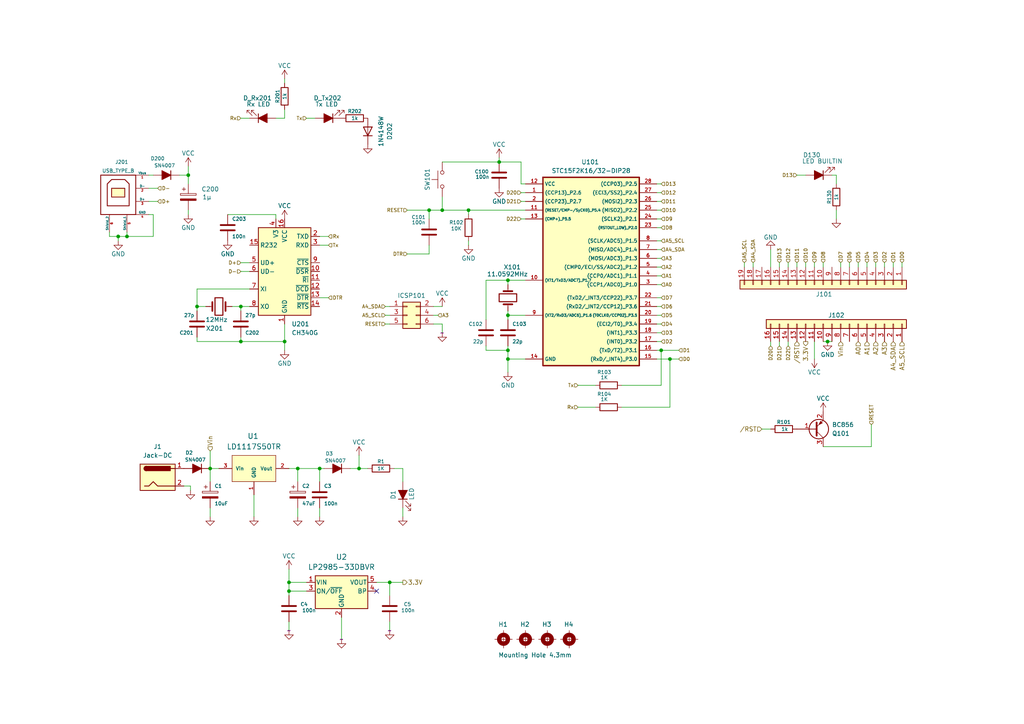
<source format=kicad_sch>
(kicad_sch (version 20231120) (generator "eeschema") (generator_version "8.0")
  (paper "A4")
  (title_block (title "Ardu89 Cyrillo / Stephano") (date "2024-06-18") (rev "0") (company "C. BARBATO"))
  (junction (at 60.96 135.89))
  (junction (at 86.36 135.89))
  (junction (at 240.03 99.06))
  (junction (at 124.46 60.96))
  (junction (at 69.85 99.06))
  (junction (at 82.55 99.06))
  (junction (at 69.85 88.9))
  (junction (at 57.15 88.9))
  (junction (at 194.31 104.14))
  (junction (at 147.32 101.6))
  (junction (at 191.77 101.6))
  (junction (at 54.61 50.8))
  (junction (at 83.82 168.91))
  (junction (at 92.71 135.89))
  (junction (at 147.32 91.44))
  (junction (at 83.82 171.45))
  (junction (at 144.78 46.99))
  (junction (at 147.32 81.28))
  (junction (at 113.03 168.91))
  (junction (at 34.29 68.58))
  (junction (at 128.27 60.96))
  (junction (at 147.32 104.14))
  (junction (at 36.83 68.58))
  (junction (at 104.14 135.89))
  (junction (at 135.89 60.96))
  (no_connect (at 109.22 171.45))
  (wire (pts (xy 242.57 60.96) (xy 242.57 63.5)))
  (wire (pts (xy 92.71 147.32) (xy 92.71 149.86)))
  (wire (pts (xy 151.13 55.88) (xy 152.4 55.88)))
  (wire (pts (xy 60.96 135.89) (xy 60.96 139.7)))
  (wire (pts (xy 135.89 69.85) (xy 135.89 71.12)))
  (wire (pts (xy 242.57 53.34) (xy 242.57 50.8)))
  (wire (pts (xy 191.77 101.6) (xy 196.85 101.6)))
  (wire (pts (xy 128.27 46.99) (xy 144.78 46.99)))
  (wire (pts (xy 111.76 93.98) (xy 113.03 93.98)))
  (wire (pts (xy 69.85 99.06) (xy 69.85 97.79)))
  (wire (pts (xy 191.77 74.93) (xy 190.5 74.93)))
  (wire (pts (xy 140.97 81.28) (xy 147.32 81.28)))
  (wire (pts (xy 246.38 76.2) (xy 246.38 77.47)))
  (wire (pts (xy 256.54 76.2) (xy 256.54 77.47)))
  (wire (pts (xy 69.85 88.9) (xy 67.31 88.9)))
  (wire (pts (xy 191.77 63.5) (xy 190.5 63.5)))
  (wire (pts (xy 191.77 69.85) (xy 190.5 69.85)))
  (wire (pts (xy 191.77 82.55) (xy 190.5 82.55)))
  (wire (pts (xy 57.15 83.82) (xy 57.15 88.9)))
  (wire (pts (xy 147.32 90.17) (xy 147.32 91.44)))
  (wire (pts (xy 135.89 60.96) (xy 135.89 62.23)))
  (wire (pts (xy 69.85 76.2) (xy 72.39 76.2)))
  (wire (pts (xy 83.82 165.1) (xy 83.82 168.91)))
  (wire (pts (xy 243.84 76.2) (xy 243.84 77.47)))
  (wire (pts (xy 191.77 77.47) (xy 190.5 77.47)))
  (wire (pts (xy 43.18 58.42) (xy 45.72 58.42)))
  (wire (pts (xy 147.32 100.33) (xy 147.32 101.6)))
  (wire (pts (xy 106.68 135.89) (xy 104.14 135.89)))
  (wire (pts (xy 55.245 142.24) (xy 55.245 140.97)))
  (wire (pts (xy 223.52 72.39) (xy 223.52 77.47)))
  (wire (pts (xy 194.31 104.14) (xy 194.31 118.11)))
  (wire (pts (xy 254 76.2) (xy 254 77.47)))
  (wire (pts (xy 151.13 53.34) (xy 152.4 53.34)))
  (wire (pts (xy 36.83 68.58) (xy 44.45 68.58)))
  (wire (pts (xy 167.64 111.76) (xy 172.72 111.76)))
  (wire (pts (xy 116.84 135.89) (xy 116.84 139.7)))
  (wire (pts (xy 223.52 100.33) (xy 223.52 99.06)))
  (wire (pts (xy 83.82 171.45) (xy 83.82 172.72)))
  (wire (pts (xy 43.18 62.23) (xy 44.45 62.23)))
  (wire (pts (xy 92.71 86.36) (xy 95.25 86.36)))
  (wire (pts (xy 251.46 76.2) (xy 251.46 77.47)))
  (wire (pts (xy 83.82 168.91) (xy 83.82 171.45)))
  (wire (pts (xy 194.31 104.14) (xy 196.85 104.14)))
  (wire (pts (xy 147.32 91.44) (xy 147.32 92.71)))
  (wire (pts (xy 167.64 118.11) (xy 172.72 118.11)))
  (wire (pts (xy 83.82 171.45) (xy 88.9 171.45)))
  (wire (pts (xy 190.5 101.6) (xy 191.77 101.6)))
  (wire (pts (xy 180.34 111.76) (xy 191.77 111.76)))
  (wire (pts (xy 248.92 76.2) (xy 248.92 77.47)))
  (wire (pts (xy 113.03 180.34) (xy 113.03 182.88)))
  (wire (pts (xy 82.55 22.86) (xy 82.55 24.13)))
  (wire (pts (xy 194.31 118.11) (xy 180.34 118.11)))
  (wire (pts (xy 147.32 91.44) (xy 152.4 91.44)))
  (wire (pts (xy 140.97 101.6) (xy 140.97 100.33)))
  (wire (pts (xy 111.76 91.44) (xy 113.03 91.44)))
  (wire (pts (xy 125.73 88.9) (xy 128.27 88.9)))
  (wire (pts (xy 34.29 69.85) (xy 34.29 68.58)))
  (wire (pts (xy 60.96 130.81) (xy 60.96 135.89)))
  (wire (pts (xy 57.15 88.9) (xy 57.15 90.17)))
  (wire (pts (xy 116.84 147.32) (xy 116.84 149.86)))
  (wire (pts (xy 69.85 88.9) (xy 69.85 90.17)))
  (wire (pts (xy 236.22 76.2) (xy 236.22 77.47)))
  (wire (pts (xy 92.71 135.89) (xy 93.98 135.89)))
  (wire (pts (xy 191.77 80.01) (xy 190.5 80.01)))
  (wire (pts (xy 190.5 55.88) (xy 191.77 55.88)))
  (wire (pts (xy 147.32 104.14) (xy 147.32 107.95)))
  (wire (pts (xy 191.77 91.44) (xy 190.5 91.44)))
  (wire (pts (xy 147.32 81.28) (xy 152.4 81.28)))
  (wire (pts (xy 82.55 101.6) (xy 82.55 99.06)))
  (wire (pts (xy 80.01 62.23) (xy 80.01 63.5)))
  (wire (pts (xy 218.44 76.2) (xy 218.44 77.47)))
  (wire (pts (xy 92.71 68.58) (xy 95.25 68.58)))
  (wire (pts (xy 215.9 76.2) (xy 215.9 77.47)))
  (wire (pts (xy 43.18 50.8) (xy 44.45 50.8)))
  (wire (pts (xy 125.73 91.44) (xy 127 91.44)))
  (wire (pts (xy 66.04 62.23) (xy 80.01 62.23)))
  (wire (pts (xy 45.72 54.61) (xy 43.18 54.61)))
  (wire (pts (xy 191.77 66.04) (xy 190.5 66.04)))
  (wire (pts (xy 109.22 168.91) (xy 113.03 168.91)))
  (wire (pts (xy 86.36 135.89) (xy 92.71 135.89)))
  (wire (pts (xy 151.13 63.5) (xy 152.4 63.5)))
  (wire (pts (xy 147.32 101.6) (xy 140.97 101.6)))
  (wire (pts (xy 69.85 88.9) (xy 72.39 88.9)))
  (wire (pts (xy 128.27 60.96) (xy 135.89 60.96)))
  (wire (pts (xy 83.82 135.89) (xy 86.36 135.89)))
  (wire (pts (xy 55.245 140.97) (xy 53.34 140.97)))
  (wire (pts (xy 190.5 53.34) (xy 191.77 53.34)))
  (wire (pts (xy 191.77 99.06) (xy 190.5 99.06)))
  (wire (pts (xy 91.44 34.29) (xy 88.9 34.29)))
  (wire (pts (xy 191.77 101.6) (xy 191.77 111.76)))
  (wire (pts (xy 191.77 86.36) (xy 190.5 86.36)))
  (wire (pts (xy 128.27 93.98) (xy 128.27 96.52)))
  (wire (pts (xy 242.57 50.8) (xy 241.3 50.8)))
  (wire (pts (xy 151.13 58.42) (xy 152.4 58.42)))
  (wire (pts (xy 31.75 68.58) (xy 34.29 68.58)))
  (wire (pts (xy 73.66 149.86) (xy 73.66 143.51)))
  (wire (pts (xy 124.46 73.66) (xy 118.11 73.66)))
  (wire (pts (xy 226.06 77.47) (xy 226.06 76.2)))
  (wire (pts (xy 233.68 50.8) (xy 231.14 50.8)))
  (wire (pts (xy 124.46 71.12) (xy 124.46 73.66)))
  (wire (pts (xy 113.03 168.91) (xy 116.84 168.91)))
  (wire (pts (xy 60.96 135.89) (xy 63.5 135.89)))
  (wire (pts (xy 69.85 99.06) (xy 57.15 99.06)))
  (wire (pts (xy 261.62 76.2) (xy 261.62 77.47)))
  (wire (pts (xy 82.55 93.98) (xy 82.55 99.06)))
  (wire (pts (xy 144.78 46.99) (xy 151.13 46.99)))
  (wire (pts (xy 140.97 92.71) (xy 140.97 81.28)))
  (wire (pts (xy 104.14 132.08) (xy 104.14 135.89)))
  (wire (pts (xy 60.96 147.32) (xy 60.96 149.86)))
  (wire (pts (xy 240.03 99.06) (xy 241.3 99.06)))
  (wire (pts (xy 231.14 77.47) (xy 231.14 76.2)))
  (wire (pts (xy 151.13 46.99) (xy 151.13 53.34)))
  (wire (pts (xy 226.06 100.33) (xy 226.06 99.06)))
  (wire (pts (xy 99.06 179.07) (xy 99.06 185.42)))
  (wire (pts (xy 190.5 96.52) (xy 191.77 96.52)))
  (wire (pts (xy 31.75 67.31) (xy 31.75 68.58)))
  (wire (pts (xy 228.6 77.47) (xy 228.6 76.2)))
  (wire (pts (xy 238.76 99.06) (xy 240.03 99.06)))
  (wire (pts (xy 72.39 34.29) (xy 69.85 34.29)))
  (wire (pts (xy 86.36 147.32) (xy 86.36 149.86)))
  (wire (pts (xy 54.61 48.26) (xy 54.61 50.8)))
  (wire (pts (xy 36.83 67.31) (xy 36.83 68.58)))
  (wire (pts (xy 69.85 78.74) (xy 72.39 78.74)))
  (wire (pts (xy 52.07 50.8) (xy 54.61 50.8)))
  (wire (pts (xy 125.73 93.98) (xy 128.27 93.98)))
  (wire (pts (xy 190.5 104.14) (xy 194.31 104.14)))
  (wire (pts (xy 69.85 99.06) (xy 82.55 99.06)))
  (wire (pts (xy 144.78 45.72) (xy 144.78 46.99)))
  (wire (pts (xy 190.5 58.42) (xy 191.77 58.42)))
  (wire (pts (xy 252.73 129.54) (xy 238.76 129.54)))
  (wire (pts (xy 233.68 76.2) (xy 233.68 77.47)))
  (wire (pts (xy 238.76 76.2) (xy 238.76 77.47)))
  (wire (pts (xy 34.29 68.58) (xy 36.83 68.58)))
  (wire (pts (xy 44.45 62.23) (xy 44.45 68.58)))
  (wire (pts (xy 228.6 100.33) (xy 228.6 99.06)))
  (wire (pts (xy 83.82 180.34) (xy 83.82 182.88)))
  (wire (pts (xy 135.89 60.96) (xy 152.4 60.96)))
  (wire (pts (xy 118.11 60.96) (xy 124.46 60.96)))
  (wire (pts (xy 124.46 60.96) (xy 128.27 60.96)))
  (wire (pts (xy 83.82 168.91) (xy 88.9 168.91)))
  (wire (pts (xy 124.46 63.5) (xy 124.46 60.96)))
  (wire (pts (xy 92.71 71.12) (xy 95.25 71.12)))
  (wire (pts (xy 92.71 135.89) (xy 92.71 139.7)))
  (wire (pts (xy 54.61 60.96) (xy 54.61 62.23)))
  (wire (pts (xy 104.14 135.89) (xy 101.6 135.89)))
  (wire (pts (xy 114.3 135.89) (xy 116.84 135.89)))
  (wire (pts (xy 57.15 99.06) (xy 57.15 97.79)))
  (wire (pts (xy 152.4 104.14) (xy 147.32 104.14)))
  (wire (pts (xy 191.77 88.9) (xy 190.5 88.9)))
  (wire (pts (xy 236.22 99.06) (xy 236.22 104.14)))
  (wire (pts (xy 82.55 34.29) (xy 80.01 34.29)))
  (wire (pts (xy 252.73 123.19) (xy 252.73 129.54)))
  (wire (pts (xy 59.69 88.9) (xy 57.15 88.9)))
  (wire (pts (xy 191.77 93.98) (xy 190.5 93.98)))
  (wire (pts (xy 111.76 88.9) (xy 113.03 88.9)))
  (wire (pts (xy 54.61 50.8) (xy 54.61 53.34)))
  (wire (pts (xy 113.03 168.91) (xy 113.03 172.72)))
  (wire (pts (xy 82.55 31.75) (xy 82.55 34.29)))
  (wire (pts (xy 86.36 135.89) (xy 86.36 139.7)))
  (wire (pts (xy 191.77 72.39) (xy 190.5 72.39)))
  (wire (pts (xy 128.27 57.15) (xy 128.27 60.96)))
  (wire (pts (xy 57.15 83.82) (xy 72.39 83.82)))
  (wire (pts (xy 191.77 60.96) (xy 190.5 60.96)))
  (wire (pts (xy 259.08 76.2) (xy 259.08 77.47)))
  (wire (pts (xy 220.98 124.46) (xy 223.52 124.46)))
  (wire (pts (xy 147.32 101.6) (xy 147.32 104.14)))
  (wire (pts (xy 147.32 82.55) (xy 147.32 81.28)))
  (hierarchical_label "A4_SDA" (shape input) (at 111.76 88.9 180) (effects (font (size 1.016 1.016))))
  (hierarchical_label "A5_SCL" (shape input) (at 191.77 69.85 0) (effects (font (size 1.016 1.016))))
  (hierarchical_label "{slash}RST" (shape input) (at 231.14 99.06 270))
  (hierarchical_label "D21" (shape input) (at 151.13 58.42 180) (effects (font (size 1.016 1.016))))
  (hierarchical_label "D7" (shape input) (at 243.84 76.2 90) (effects (font (size 1.016 1.016))))
  (hierarchical_label "D8" (shape input) (at 238.76 76.2 90) (effects (font (size 1.016 1.016))))
  (hierarchical_label "A3" (shape input) (at 256.54 99.06 270))
  (hierarchical_label "D6" (shape input) (at 246.38 76.2 90) (effects (font (size 1.016 1.016))))
  (hierarchical_label "D+" (shape input) (at 45.72 58.42 0) (effects (font (size 1.016 1.016))))
  (hierarchical_label "Rx" (shape input) (at 167.64 118.11 180) (effects (font (size 1.016 1.016))))
  (hierarchical_label "D4" (shape input) (at 251.46 76.2 90) (effects (font (size 1.016 1.016))))
  (hierarchical_label "Rx" (shape input) (at 69.85 34.29 180) (effects (font (size 1.016 1.016))))
  (hierarchical_label "D3" (shape input) (at 254 76.2 90) (effects (font (size 1.016 1.016))))
  (hierarchical_label "D22" (shape input) (at 228.6 100.33 270) (effects (font (size 1.016 1.016))))
  (hierarchical_label "D2" (shape input) (at 256.54 76.2 90) (effects (font (size 1.016 1.016))))
  (hierarchical_label "D13" (shape input) (at 231.14 50.8 180) (effects (font (size 1.016 1.016))))
  (hierarchical_label "D10" (shape input) (at 191.77 60.96 0) (effects (font (size 1.016 1.016))))
  (hierarchical_label "D11" (shape input) (at 191.77 58.42 0) (effects (font (size 1.016 1.016))))
  (hierarchical_label "D+" (shape input) (at 69.85 76.2 180) (effects (font (size 1.016 1.016))))
  (hierarchical_label "D-" (shape input) (at 45.72 54.61 0) (effects (font (size 1.016 1.016))))
  (hierarchical_label "D9" (shape input) (at 236.22 76.2 90) (effects (font (size 1.016 1.016))))
  (hierarchical_label "D9" (shape input) (at 191.77 63.5 0) (effects (font (size 1.016 1.016))))
  (hierarchical_label "A5_SCL" (shape input) (at 261.62 99.06 270))
  (hierarchical_label "D10" (shape input) (at 233.68 76.2 90) (effects (font (size 1.016 1.016))))
  (hierarchical_label "Tx" (shape input) (at 95.25 71.12 0) (effects (font (size 1.016 1.016))))
  (hierarchical_label "A1" (shape input) (at 251.46 99.06 270))
  (hierarchical_label "D12" (shape input) (at 191.77 55.88 0) (effects (font (size 1.016 1.016))))
  (hierarchical_label "Tx" (shape input) (at 88.9 34.29 180) (effects (font (size 1.016 1.016))))
  (hierarchical_label "DTR" (shape input) (at 95.25 86.36 0) (effects (font (size 1.016 1.016))))
  (hierarchical_label "D11" (shape input) (at 231.14 76.2 90) (effects (font (size 1.016 1.016))))
  (hierarchical_label "D12" (shape input) (at 228.6 76.2 90) (effects (font (size 1.016 1.016))))
  (hierarchical_label "Vin" (shape input) (at 243.84 99.06 270))
  (hierarchical_label "D0" (shape input) (at 261.62 76.2 90) (effects (font (size 1.016 1.016))))
  (hierarchical_label "A0" (shape input) (at 191.77 82.55 0) (effects (font (size 1.016 1.016))))
  (hierarchical_label "A4_SDA" (shape input) (at 191.77 72.39 0) (effects (font (size 1.016 1.016))))
  (hierarchical_label "{slash}RST" (shape input) (at 220.98 124.46 180))
  (hierarchical_label "D1" (shape input) (at 196.85 101.6 0) (effects (font (size 1.016 1.016))))
  (hierarchical_label "DTR" (shape input) (at 118.11 73.66 180) (effects (font (size 1.016 1.016))))
  (hierarchical_label "RESET" (shape input) (at 252.73 123.19 90) (effects (font (size 1.016 1.016))))
  (hierarchical_label "D7" (shape input) (at 191.77 86.36 0) (effects (font (size 1.016 1.016))))
  (hierarchical_label "D13" (shape input) (at 226.06 76.2 90) (effects (font (size 1.016 1.016))))
  (hierarchical_label "3.3V" (shape output) (at 116.84 168.91 0))
  (hierarchical_label "3.3V" (shape output) (at 233.68 99.06 270))
  (hierarchical_label "D20" (shape input) (at 223.52 100.33 270) (effects (font (size 1.016 1.016))))
  (hierarchical_label "A0" (shape input) (at 248.92 99.06 270))
  (hierarchical_label "D22" (shape input) (at 151.13 63.5 180) (effects (font (size 1.016 1.016))))
  (hierarchical_label "D1" (shape input) (at 259.08 76.2 90) (effects (font (size 1.016 1.016))))
  (hierarchical_label "D20" (shape input) (at 151.13 55.88 180) (effects (font (size 1.016 1.016))))
  (hierarchical_label "A5_SCL" (shape input) (at 111.76 91.44 180) (effects (font (size 1.016 1.016))))
  (hierarchical_label "A5_SCL" (shape input) (at 215.9 76.2 90) (effects (font (size 1.016 1.016))))
  (hierarchical_label "A4_SDA" (shape input) (at 218.44 76.2 90) (effects (font (size 1.016 1.016))))
  (hierarchical_label "A2" (shape input) (at 254 99.06 270))
  (hierarchical_label "D6" (shape input) (at 191.77 88.9 0) (effects (font (size 1.016 1.016))))
  (hierarchical_label "D5" (shape input) (at 191.77 91.44 0) (effects (font (size 1.016 1.016))))
  (hierarchical_label "D5" (shape input) (at 248.92 76.2 90) (effects (font (size 1.016 1.016))))
  (hierarchical_label "A1" (shape input) (at 191.77 80.01 0) (effects (font (size 1.016 1.016))))
  (hierarchical_label "Rx" (shape input) (at 95.25 68.58 0) (effects (font (size 1.016 1.016))))
  (hierarchical_label "D2" (shape input) (at 191.77 99.06 0) (effects (font (size 1.016 1.016))))
  (hierarchical_label "D3" (shape input) (at 191.77 96.52 0) (effects (font (size 1.016 1.016))))
  (hierarchical_label "Vin" (shape input) (at 60.96 130.81 90))
  (hierarchical_label "D0" (shape input) (at 196.85 104.14 0) (effects (font (size 1.016 1.016))))
  (hierarchical_label "A3" (shape input) (at 191.77 74.93 0) (effects (font (size 1.016 1.016))))
  (hierarchical_label "D21" (shape input) (at 226.06 100.33 270) (effects (font (size 1.016 1.016))))
  (hierarchical_label "D13" (shape input) (at 191.77 53.34 0) (effects (font (size 1.016 1.016))))
  (hierarchical_label "RESET" (shape input) (at 111.76 93.98 180) (effects (font (size 1.016 1.016))))
  (hierarchical_label "A3" (shape input) (at 127 91.44 0) (effects (font (size 1.016 1.016))))
  (hierarchical_label "Tx" (shape input) (at 167.64 111.76 180) (effects (font (size 1.016 1.016))))
  (hierarchical_label "D-" (shape input) (at 69.85 78.74 180) (effects (font (size 1.016 1.016))))
  (hierarchical_label "A2" (shape input) (at 191.77 77.47 0) (effects (font (size 1.016 1.016))))
  (hierarchical_label "A4_SDA" (shape input) (at 259.08 99.06 270))
  (hierarchical_label "D4" (shape input) (at 191.77 93.98 0) (effects (font (size 1.016 1.016))))
  (hierarchical_label "RESET" (shape input) (at 118.11 60.96 180) (effects (font (size 1.016 1.016))))
  (hierarchical_label "D8" (shape input) (at 191.77 66.04 0) (effects (font (size 1.016 1.016))))
  (symbol (lib_id "Device:LED_Filled") (at 95.25 34.29 180) (unit 1)
    (property "Reference" "D_Tx202" (at 94.996 28.448 0))
    (property "Value" "Tx LED" (at 94.742 30.226 0))
    (property "Footprint" "Diode_SMD:D_1206_3216Metric_Pad1.42x1.75mm_HandSolder" (effects (hide yes)))
    (property "Datasheet" "http://www.osram-os.com/Graphics/XPic9/00078860_0.pdf" (effects (hide yes)))
    (property "Description" "Power On Green LED" (effects (hide yes)))
    (property "Characteristics" "LED CHIPLED 570NM GREEN" (effects (hide yes)))
    (property "MFN" "OSRAM Opto" (effects (hide yes)))
    (property "Package ID" "SMD_0805" (effects (hide yes)))
    (property "Source" "ANY" (effects (hide yes)))
    (property "Critical" "N" (effects (hide yes)))
    (property "Subsystem" "Voltage_Reg" (effects (hide yes)))
    (property "MPN" "LG R971-KN-1" (effects (hide yes)))
  )
  (symbol (lib_id "power:VCC") (at 144.78 45.72 0) (unit 1)
    (property "Reference" "#PWR0102" (effects (hide yes)))
    (property "Value" "VCC" (at 144.78 41.91 0))
  )
  (symbol (lib_name "MountingHole_1") (lib_id "Mechanical:MountingHole") (at 158.75 185.42 0) (unit 1)
    (property "Reference" "H3" (at 157.226 181.102 0) (effects (justify left)))
    (property "Value" "MountingHole" (effects (hide yes)))
    (property "Footprint" "MountingHole:MountingHole_4.3mm_M4_DIN965" (effects (hide yes)))
  )
  (symbol (lib_id "Device:C") (at 57.15 93.98 0) (unit 1)
    (property "Reference" "C201" (at 52.07 96.52 0) (effects (font (size 1.016 1.016)) (justify left)))
    (property "Value" "27p" (at 53.34 91.44 0) (effects (font (size 1.016 1.016)) (justify left)))
    (property "Footprint" "Capacitor_SMD:C_1206_3216Metric_Pad1.33x1.80mm_HandSolder" (effects (hide yes)))
    (property "Datasheet" "http://images.ihscontent.net/vipimages/VipMasterIC/IC/KEME/KEMES10043/KEMES10043-1.pdf" (effects (hide yes)))
    (property "Description" "ATMEGA328P VCC and AVCC Bypass Cap" (effects (hide yes)))
    (property "Characteristics" "CAPACITOR, CERAMIC, MULTILAYER, 100 V, X7R, 0.1 uF, SURFACE MOUNT, 0805, CHIP, ROHS COMPLIANT" (effects (hide yes)))
    (property "MFN" "Kemet" (effects (hide yes)))
    (property "Package ID" "SMD_0805" (effects (hide yes)))
    (property "Source" "ANY" (effects (hide yes)))
    (property "Critical" "N" (effects (hide yes)))
    (property "Subsystem" "328P_Sub" (effects (hide yes)))
    (property "MPN" "C0805C104K1RACAUTO" (effects (hide yes)))
  )
  (symbol (lib_id "Arduino_Uno_R3_From_Scratch-rescue:GND-power") (at 128.27 96.52 0) (unit 1)
    (property "Reference" "#PWR016" (effects (hide yes)))
    (property "Value" "GND" (effects (hide yes)))
    (property "Footprint" "~" (at 128.27 96.52 0) (effects (font (size 1.524 1.524))))
    (property "Datasheet" "~" (at 128.27 96.52 0) (effects (font (size 1.524 1.524))))
    (property "Source" "ANY" (effects (hide yes)))
    (property "Critical" "N" (effects (hide yes)))
  )
  (symbol (lib_id "Arduino_Uno_R3_From_Scratch-rescue:GND-power") (at 106.68 41.91 0) (unit 1)
    (property "Reference" "#PWR024" (effects (hide yes)))
    (property "Value" "GND" (effects (hide yes)))
    (property "Source" "ANY" (effects (hide yes)))
    (property "Critical" "N" (effects (hide yes)))
  )
  (symbol (lib_id "Device:C") (at 113.03 176.53 0) (unit 1)
    (property "Reference" "C5" (at 117.094 175.26 0) (effects (font (size 1.016 1.016)) (justify left)))
    (property "Value" "100n" (at 116.332 177.038 0) (effects (font (size 1.016 1.016)) (justify left)))
    (property "Footprint" "Capacitor_SMD:C_1206_3216Metric_Pad1.33x1.80mm_HandSolder" (effects (hide yes)))
    (property "Datasheet" "http://product.tdk.com/en/catalog/datasheets/mlcc_commercial_general_en.pdf" (effects (hide yes)))
    (property "Description" "2.2uF 3V3 LDO Output Cap" (effects (hide yes)))
    (property "Characteristics" "CAP CER 2.2UF 16V X7R 0805" (effects (hide yes)))
    (property "MFN" "TDK Corporation" (effects (hide yes)))
    (property "Package ID" "SMD_0805" (effects (hide yes)))
    (property "Source" "ANY" (effects (hide yes)))
    (property "Critical" "Y" (effects (hide yes)))
    (property "Subsystem" "Voltage_Mgmt" (effects (hide yes)))
    (property "Notes" "Must be between 0.001 and 1Ω ESR" (effects (hide yes)))
    (property "MPN" "C2012X7R1C225K125AB" (effects (hide yes)))
  )
  (symbol (lib_id "Device:Crystal") (at 63.5 88.9 180) (unit 1)
    (property "Reference" "X201" (at 64.77 95.25 0) (effects (justify left)))
    (property "Value" "12MHz" (at 66.04 92.71 0) (effects (justify left)))
    (property "Footprint" "Crystal:Crystal_HC49-4H_Vertical" (effects (hide yes)))
  )
  (symbol (lib_id "Device:R") (at 242.57 57.15 0) (unit 1)
    (property "Reference" "R130" (at 240.538 57.15 90) (effects (font (size 1.016 1.016))))
    (property "Value" "1k" (at 242.57 57.15 90) (effects (font (size 1.016 1.016))))
    (property "Footprint" "Resistor_SMD:R_1206_3216Metric_Pad1.30x1.75mm_HandSolder" (effects (hide yes)))
    (property "Datasheet" "http://www.yageo.com/pdf/Pu-RC0805_51_PbFree_L_2.pdf" (effects (hide yes)))
    (property "Description" "Power On LED Resistor" (effects (hide yes)))
    (property "Characteristics" "RESISTOR, METAL GLAZE/THICK FILM, 0.125W, 1%, 100ppm, 510ohm, SURFACE MOUNT, 0805" (effects (hide yes)))
    (property "MFN" "Yageo" (effects (hide yes)))
    (property "Package ID" "SMD_0805" (effects (hide yes)))
    (property "Source" "ANY" (effects (hide yes)))
    (property "Critical" "N" (effects (hide yes)))
    (property "Subsystem" "Voltage_Reg" (effects (hide yes)))
    (property "MPN" "RC0805FR-07510RL" (effects (hide yes)))
  )
  (symbol (lib_id "power:VCC") (at 54.61 48.26 0) (unit 1)
    (property "Reference" "#PWR01" (effects (hide yes)))
    (property "Value" "VCC" (at 54.61 44.45 0))
  )
  (symbol (lib_id "power:GND") (at 144.78 54.61 0) (unit 1)
    (property "Reference" "#PWR021" (effects (hide yes)))
    (property "Value" "GND" (at 144.78 58.42 0))
  )
  (symbol (lib_id "Arduino_Uno_R3_From_Scratch-rescue:GND-power") (at 113.03 182.88 0) (unit 1)
    (property "Reference" "#PWR017" (effects (hide yes)))
    (property "Value" "GND" (effects (hide yes)))
    (property "Footprint" "~" (at 113.03 182.88 0) (effects (font (size 1.524 1.524))))
    (property "Datasheet" "~" (at 113.03 182.88 0) (effects (font (size 1.524 1.524))))
    (property "Source" "ANY" (effects (hide yes)))
    (property "Critical" "N" (effects (hide yes)))
  )
  (symbol (lib_id "Arduino_Uno_R3_From_Scratch-rescue:GND-power") (at 116.84 149.86 0) (unit 1)
    (property "Reference" "#PWR012" (effects (hide yes)))
    (property "Value" "GND" (effects (hide yes)))
    (property "Source" "ANY" (effects (hide yes)))
    (property "Critical" "N" (effects (hide yes)))
  )
  (symbol (lib_id "Arduino_Uno_R3_From_Scratch:USB_TYPE_B") (at 34.29 55.88 0) (unit 1)
    (property "Reference" "J201" (at 35.306 46.99 0) (effects (font (size 1.016 1.016))))
    (property "Value" "USB_TYPE_B" (at 34.29 49.53 0) (effects (font (size 1.016 1.016))))
    (property "Footprint" "Connector_USB:USB_B_Lumberg_2411_02_Horizontal" (effects (hide yes)))
    (property "Datasheet" "http://images.ihscontent.net/vipimages/VipMasterIC/IC/TYEL/TYELS17825/TYELS17825-1.pdf" (effects (hide yes)))
    (property "Description" "USB Type-B Connector" (effects (hide yes)))
    (property "Characteristics" "4 CONTACT(S), FEMALE, RIGHT ANGLE USB TYPE-B CONNECTOR" (effects (hide yes)))
    (property "MFN" "TE Connectivity" (effects (hide yes)))
    (property "Package ID" "PTH" (effects (hide yes)))
    (property "Source" "ANY" (effects (hide yes)))
    (property "Critical" "Y" (effects (hide yes)))
    (property "Subsystem" "USB_Cnxn" (effects (hide yes)))
    (property "Notes" "Must match footprint" (effects (hide yes)))
    (property "MPN" "292304-1" (effects (hide yes)))
  )
  (symbol (lib_id "power:VCC") (at 82.55 63.5 0) (unit 1)
    (property "Reference" "#PWR0204" (effects (hide yes)))
    (property "Value" "VCC" (at 82.55 59.69 0))
  )
  (symbol (lib_id "power:GND") (at 54.61 62.23 0) (unit 1)
    (property "Reference" "#PWR0101" (effects (hide yes)))
    (property "Value" "GND" (at 54.61 66.04 0))
  )
  (symbol (lib_id "Device:C_Polarized") (at 60.96 143.51 0) (unit 1)
    (property "Reference" "C1" (at 62.23 140.97 0) (effects (font (size 1.016 1.016)) (justify left)))
    (property "Value" "10uF" (at 62.23 146.05 0) (effects (font (size 1.016 1.016)) (justify left)))
    (property "Footprint" "BACKCIEL:C_2512_Pol_Tantale_Trainning" (effects (hide yes)))
    (property "Datasheet" "http://images.ihscontent.net/vipimages/VipMasterIC/IC/BEYS/BEYSS04513/BEYSS04513-1.pdf" (effects (hide yes)))
    (property "Description" "47uF Low ESR LDO Input Cap" (effects (hide yes)))
    (property "Characteristics" "CAPACITOR, ALUMINUM ELECTROLYTIC, NON SOLID, POLARIZED, 50 V, 47 uF, SURFACE MOUNT, 3131, CHIP, ROHS COMPLIANT" (effects (hide yes)))
    (property "MFN" "Vishay" (effects (hide yes)))
    (property "Package ID" "SMD 5.0 x 5.0 x 5.3" (effects (hide yes)))
    (property "Source" "ANY" (effects (hide yes)))
    (property "Critical" "N" (effects (hide yes)))
    (property "Subsystem" "Voltage_Reg" (effects (hide yes)))
    (property "Notes" "ESR must fall between 0.33Ω and 22Ω" (effects (hide yes)))
    (property "MPN" "MAL215371479E3" (effects (hide yes)))
  )
  (symbol (lib_id "Connector_Generic:Conn_01x16") (at 243.84 93.98 270) (mirror x) (unit 1)
    (property "Reference" "J102" (at 242.57 91.44 90))
    (property "Value" "Conn_01x16" (effects (hide yes)))
    (property "Footprint" "BACKCIEL:Ardu89_Uno_Analog_Power_Connector" (effects (hide yes)))
    (property "Description" "Generic connector, single row, 01x16, script generated (kicad-library-utils/schlib/autogen/connector/)" (effects (hide yes)))
  )
  (symbol (lib_id "Device:C") (at 144.78 50.8 0) (unit 1)
    (property "Reference" "C100" (at 137.668 49.784 0) (effects (font (size 1.016 1.016)) (justify left)))
    (property "Value" "100n" (at 137.922 51.308 0) (effects (font (size 1.016 1.016)) (justify left)))
    (property "Footprint" "Capacitor_SMD:C_1206_3216Metric_Pad1.33x1.80mm_HandSolder" (effects (hide yes)))
    (property "Datasheet" "http://images.ihscontent.net/vipimages/VipMasterIC/IC/KEME/KEMES10043/KEMES10043-1.pdf" (effects (hide yes)))
    (property "Description" "ATMEGA328P VCC and AVCC Bypass Cap" (effects (hide yes)))
    (property "Characteristics" "CAPACITOR, CERAMIC, MULTILAYER, 100 V, X7R, 0.1 uF, SURFACE MOUNT, 0805, CHIP, ROHS COMPLIANT" (effects (hide yes)))
    (property "MFN" "Kemet" (effects (hide yes)))
    (property "Package ID" "SMD_0805" (effects (hide yes)))
    (property "Source" "ANY" (effects (hide yes)))
    (property "Critical" "N" (effects (hide yes)))
    (property "Subsystem" "328P_Sub" (effects (hide yes)))
    (property "MPN" "C0805C104K1RACAUTO" (effects (hide yes)))
  )
  (symbol (lib_id "Interface_USB:CH340G") (at 82.55 78.74 0) (unit 1)
    (property "Reference" "U201" (at 84.5694 93.98 0) (effects (justify left)))
    (property "Value" "CH340G" (at 84.5694 96.52 0) (effects (justify left)))
    (property "Footprint" "Package_SO:SOIC-16_3.9x9.9mm_P1.27mm" (effects (hide yes)))
    (property "Datasheet" "http://www.datasheet5.com/pdf-local-2195953" (effects (hide yes)))
  )
  (symbol (lib_id "Device:LED_Filled") (at 237.49 50.8 180) (unit 1)
    (property "Reference" "D130" (at 235.458 44.958 0))
    (property "Value" "LED BUILTIN" (at 238.506 46.736 0))
    (property "Footprint" "Diode_SMD:D_1206_3216Metric_Pad1.42x1.75mm_HandSolder" (effects (hide yes)))
    (property "Datasheet" "http://www.osram-os.com/Graphics/XPic9/00078860_0.pdf" (effects (hide yes)))
    (property "Description" "Power On Green LED" (effects (hide yes)))
    (property "Characteristics" "LED CHIPLED 570NM GREEN" (effects (hide yes)))
    (property "MFN" "OSRAM Opto" (effects (hide yes)))
    (property "Package ID" "SMD_0805" (effects (hide yes)))
    (property "Source" "ANY" (effects (hide yes)))
    (property "Critical" "N" (effects (hide yes)))
    (property "Subsystem" "Voltage_Reg" (effects (hide yes)))
    (property "MPN" "LG R971-KN-1" (effects (hide yes)))
  )
  (symbol (lib_id "Device:D_Filled") (at 97.79 135.89 180) (unit 1)
    (property "Reference" "D3" (at 95.504 131.572 0) (effects (font (size 1.016 1.016))))
    (property "Value" "SN4007" (at 97.282 133.604 0) (effects (font (size 1.016 1.016))))
    (property "Footprint" "Diode_SMD:D_MELF" (effects (hide yes)))
    (property "Datasheet" "http://www.onsemi.com/pub_link/Collateral/MRA4003T3-D.PDF" (effects (hide yes)))
    (property "Description" "Reverse Voltage Protection Diode" (effects (hide yes)))
    (property "Characteristics" "1A, 1000V, SILICON, SIGNAL DIODE, ROHS COMPLIANT, COMPACT, PLASTIC, CASE 403D-02, SMA, 2 PIN" (effects (hide yes)))
    (property "MFN" "ON Semi" (effects (hide yes)))
    (property "Package ID" "R-PDSO-J2" (effects (hide yes)))
    (property "Source" "ANY" (effects (hide yes)))
    (property "Critical" "N" (effects (hide yes)))
    (property "Subsystem" "Voltage_Reg" (effects (hide yes)))
    (property "MPN" "MRA4007T3G" (effects (hide yes)))
  )
  (symbol (lib_name "GND_14") (lib_id "power:GND") (at 34.29 69.85 0) (unit 1)
    (property "Reference" "#PWR014" (effects (hide yes)))
    (property "Value" "GND" (at 34.29 73.66 0))
  )
  (symbol (lib_name "MountingHole_1") (lib_id "Mechanical:MountingHole") (at 152.4 185.42 0) (unit 1)
    (property "Reference" "H2" (at 150.876 181.102 0) (effects (justify left)))
    (property "Value" "MountingHole" (effects (hide yes)))
    (property "Footprint" "MountingHole:MountingHole_4.3mm_M4_DIN965" (effects (hide yes)))
    (property "Datasheet" "  (layer \"F.Cu\")" (effects (hide yes)))
  )
  (symbol (lib_id "power:VCC") (at 104.14 132.08 0) (unit 1)
    (property "Reference" "#PWR011" (effects (hide yes)))
    (property "Value" "VCC" (at 104.14 128.27 0))
  )
  (symbol (lib_id "Device:R") (at 135.89 66.04 180) (unit 1)
    (property "Reference" "R102" (at 132.334 64.516 0) (effects (font (size 1.016 1.016))))
    (property "Value" "10K" (at 132.334 66.294 0) (effects (font (size 1.016 1.016))))
    (property "Footprint" "Resistor_SMD:R_1206_3216Metric_Pad1.30x1.75mm_HandSolder" (effects (hide yes)))
    (property "Datasheet" "http://images.ihscontent.net/vipimages/VipMasterIC/IC/VISH/VISHS75859/VISHS75859-1.pdf" (effects (hide yes)))
    (property "Description" "ATMEGA328P 10K ICSP Pull Up" (effects (hide yes)))
    (property "Characteristics" "RESISTOR, METAL GLAZE/THICK FILM, 0.125W, 5%, 200ppm, 10000ohm, SURFACE MOUNT, 0805" (effects (hide yes)))
    (property "MFN" "Vishay" (effects (hide yes)))
    (property "Package ID" "SMD_0805" (effects (hide yes)))
    (property "Source" "ANY" (effects (hide yes)))
    (property "Critical" "N" (effects (hide yes)))
    (property "Subsystem" "328P_Sub" (effects (hide yes)))
    (property "MPN" "CRCW080510K0JNEA" (effects (hide yes)))
  )
  (symbol (lib_id "Arduino_Uno_R3_From_Scratch-rescue:GND-power") (at 73.66 149.86 0) (unit 1)
    (property "Reference" "#PWR07" (effects (hide yes)))
    (property "Value" "GND" (effects (hide yes)))
    (property "Source" "ANY" (effects (hide yes)))
    (property "Critical" "N" (effects (hide yes)))
  )
  (symbol (lib_id "Arduino_Uno_R3_From_Scratch-rescue:GND-power") (at 86.36 149.86 0) (unit 1)
    (property "Reference" "#PWR09" (effects (hide yes)))
    (property "Value" "GND" (effects (hide yes)))
    (property "Source" "ANY" (effects (hide yes)))
    (property "Critical" "N" (effects (hide yes)))
  )
  (symbol (lib_id "power:VCC") (at 238.76 119.38 0) (unit 1)
    (property "Reference" "#PWR022" (effects (hide yes)))
    (property "Value" "VCC" (at 238.76 115.57 0))
  )
  (symbol (lib_id "power:GND") (at 223.52 72.39 180) (unit 1)
    (property "Reference" "#PWR04" (effects (hide yes)))
    (property "Value" "GND" (at 223.52 68.834 0))
  )
  (symbol (lib_id "power:VCC") (at 236.22 104.14 180) (unit 1)
    (property "Reference" "#PWR02" (effects (hide yes)))
    (property "Value" "VCC" (at 236.22 107.95 0))
  )
  (symbol (lib_id "Device:C") (at 83.82 176.53 0) (unit 1)
    (property "Reference" "C4" (at 87.122 175.26 0) (effects (font (size 1.016 1.016)) (justify left)))
    (property "Value" "100n" (at 87.63 177.038 0) (effects (font (size 1.016 1.016)) (justify left)))
    (property "Footprint" "Capacitor_SMD:C_1206_3216Metric_Pad1.33x1.80mm_HandSolder" (effects (hide yes)))
    (property "Datasheet" "http://www.kemet.com/docfinder?Partnumber=C0805C105K8RACAUTO" (effects (hide yes)))
    (property "Description" "3V3 LDO Input Cap" (effects (hide yes)))
    (property "Characteristics" "CAPACITOR, CERAMIC, MULTILAYER, 10 V, X7R, 1 uF, SURFACE MOUNT, 0805" (effects (hide yes)))
    (property "MFN" "Kemet" (effects (hide yes)))
    (property "Package ID" "SMD_0805" (effects (hide yes)))
    (property "Source" "ANY" (effects (hide yes)))
    (property "Critical" "N" (effects (hide yes)))
    (property "Subsystem" "Voltage_Mgmt" (effects (hide yes)))
    (property "MPN" "C0805C105K8RACAUTO " (effects (hide yes)))
  )
  (symbol (lib_id "Device:C") (at 92.71 143.51 0) (unit 1)
    (property "Reference" "C3" (at 93.98 140.97 0) (effects (font (size 1.016 1.016)) (justify left)))
    (property "Value" "100n" (at 93.98 146.05 0) (effects (font (size 1.016 1.016)) (justify left)))
    (property "Footprint" "Capacitor_SMD:C_1206_3216Metric_Pad1.33x1.80mm_HandSolder" (effects (hide yes)))
    (property "Datasheet" "http://images.ihscontent.net/vipimages/VipMasterIC/IC/KEME/KEMES10043/KEMES10043-1.pdf" (effects (hide yes)))
    (property "Description" "LDO Bypass Cap" (effects (hide yes)))
    (property "Characteristics" "CAPACITOR, CERAMIC, MULTILAYER, 100 V, X7R, 0.1 uF, SURFACE MOUNT, 0805, CHIP, ROHS COMPLIANT" (effects (hide yes)))
    (property "MFN" "Kemet" (effects (hide yes)))
    (property "Package ID" "SMD_0805" (effects (hide yes)))
    (property "Source" "ANY" (effects (hide yes)))
    (property "Critical" "N" (effects (hide yes)))
    (property "Subsystem" "Voltage_Reg" (effects (hide yes)))
    (property "MPN" "C0805C104K1RACAUTO" (effects (hide yes)))
  )
  (symbol (lib_id "Device:D_Filled") (at 57.15 135.89 180) (unit 1)
    (property "Reference" "D2" (at 54.864 131.318 0) (effects (font (size 1.016 1.016))))
    (property "Value" "SN4007" (at 56.642 133.35 0) (effects (font (size 1.016 1.016))))
    (property "Footprint" "Diode_SMD:D_MELF" (effects (hide yes)))
    (property "Datasheet" "http://www.onsemi.com/pub_link/Collateral/MRA4003T3-D.PDF" (effects (hide yes)))
    (property "Description" "Reverse Voltage Protection Diode" (effects (hide yes)))
    (property "Characteristics" "1A, 1000V, SILICON, SIGNAL DIODE, ROHS COMPLIANT, COMPACT, PLASTIC, CASE 403D-02, SMA, 2 PIN" (effects (hide yes)))
    (property "MFN" "ON Semi" (effects (hide yes)))
    (property "Package ID" "R-PDSO-J2" (effects (hide yes)))
    (property "Source" "ANY" (effects (hide yes)))
    (property "Critical" "N" (effects (hide yes)))
    (property "Subsystem" "Voltage_Reg" (effects (hide yes)))
    (property "MPN" "MRA4007T3G" (effects (hide yes)))
  )
  (symbol (lib_id "Device:R") (at 110.49 135.89 90) (unit 1)
    (property "Reference" "R1" (at 110.49 133.858 90) (effects (font (size 1.016 1.016))))
    (property "Value" "1K" (at 110.49 135.89 90) (effects (font (size 1.016 1.016))))
    (property "Footprint" "Resistor_SMD:R_1206_3216Metric_Pad1.30x1.75mm_HandSolder" (effects (hide yes)))
    (property "Datasheet" "http://www.yageo.com/pdf/Pu-RC0805_51_PbFree_L_2.pdf" (effects (hide yes)))
    (property "Description" "Power On LED Resistor" (effects (hide yes)))
    (property "Characteristics" "RESISTOR, METAL GLAZE/THICK FILM, 0.125W, 1%, 100ppm, 510ohm, SURFACE MOUNT, 0805" (effects (hide yes)))
    (property "MFN" "Yageo" (effects (hide yes)))
    (property "Package ID" "SMD_0805" (effects (hide yes)))
    (property "Source" "ANY" (effects (hide yes)))
    (property "Critical" "N" (effects (hide yes)))
    (property "Subsystem" "Voltage_Reg" (effects (hide yes)))
    (property "MPN" "RC0805FR-07510RL" (effects (hide yes)))
  )
  (symbol (lib_id "power:GND") (at 240.03 99.06 0) (unit 1)
    (property "Reference" "#PWR03" (effects (hide yes)))
    (property "Value" "GND" (at 240.03 102.87 0))
  )
  (symbol (lib_id "MFN_STMicro:LD1117S50TR") (at 73.66 135.89 0) (unit 1)
    (property "Reference" "U1" (at 73.406 126.492 0) (effects (font (size 1.524 1.524))))
    (property "Value" "LD1117S50TR" (at 73.66 129.54 0) (effects (font (size 1.524 1.524))))
    (property "Footprint" "LD1117S50TR:SOT230P700X180-4N" (effects (hide yes)))
    (property "Datasheet" "http://www.st.com/st-web-ui/static/active/en/resource/technical/document/datasheet/CD00000544.pdf" (effects (hide yes)))
    (property "Description" "5V Fixed LDO" (effects (hide yes)))
    (property "Characteristics" "5 V FIXED POSITIVE LDO REGULATOR, 1.2 V DROPOUT, PDSO3, ROHS COMPLIANT, SOT-223, 4 PIN" (effects (hide yes)))
    (property "MFN" "STMicroelectronics" (effects (hide yes)))
    (property "Package ID" "SOT-223" (effects (hide yes)))
    (property "Source" "Any" (effects (hide yes)))
    (property "Critical" "N" (effects (hide yes)))
    (property "Subsystem" "Voltage_Reg" (effects (hide yes)))
    (property "MPN" "LD1117S50TR" (effects (hide yes)))
  )
  (symbol (lib_id "Device:C") (at 147.32 96.52 0) (unit 1)
    (property "Reference" "C103" (at 148.59 93.98 0) (effects (font (size 1.016 1.016)) (justify left)))
    (property "Value" "22p" (at 148.59 99.06 0) (effects (font (size 1.016 1.016)) (justify left)))
    (property "Footprint" "Capacitor_SMD:C_1206_3216Metric_Pad1.33x1.80mm_HandSolder" (effects (hide yes)))
    (property "Datasheet" "http://images.ihscontent.net/vipimages/VipMasterIC/IC/KEME/KEMES10043/KEMES10043-1.pdf" (effects (hide yes)))
    (property "Description" "ATMEGA328P VCC and AVCC Bypass Cap" (effects (hide yes)))
    (property "Characteristics" "CAPACITOR, CERAMIC, MULTILAYER, 100 V, X7R, 0.1 uF, SURFACE MOUNT, 0805, CHIP, ROHS COMPLIANT" (effects (hide yes)))
    (property "MFN" "Kemet" (effects (hide yes)))
    (property "Package ID" "SMD_0805" (effects (hide yes)))
    (property "Source" "ANY" (effects (hide yes)))
    (property "Critical" "N" (effects (hide yes)))
    (property "Subsystem" "328P_Sub" (effects (hide yes)))
    (property "MPN" "C0805C104K1RACAUTO" (effects (hide yes)))
  )
  (symbol (lib_id "Connector_Generic:Conn_01x19") (at 238.76 82.55 270) (unit 1)
    (property "Reference" "J101" (at 239.014 85.344 90))
    (property "Value" "Conn_01x19" (effects (hide yes)))
    (property "Footprint" "BACKCIEL:Ardu89_Uno_Digital_Connector" (effects (hide yes)))
    (property "Description" "Generic connector, single row, 01x19, script generated (kicad-library-utils/schlib/autogen/connector/)" (effects (hide yes)))
  )
  (symbol (lib_id "Device:R") (at 82.55 27.94 0) (unit 1)
    (property "Reference" "R201" (at 80.518 27.94 90) (effects (font (size 1.016 1.016))))
    (property "Value" "1k" (at 82.55 27.94 90) (effects (font (size 1.016 1.016))))
    (property "Footprint" "Resistor_SMD:R_1206_3216Metric_Pad1.30x1.75mm_HandSolder" (effects (hide yes)))
    (property "Datasheet" "http://www.yageo.com/pdf/Pu-RC0805_51_PbFree_L_2.pdf" (effects (hide yes)))
    (property "Description" "Power On LED Resistor" (effects (hide yes)))
    (property "Characteristics" "RESISTOR, METAL GLAZE/THICK FILM, 0.125W, 1%, 100ppm, 510ohm, SURFACE MOUNT, 0805" (effects (hide yes)))
    (property "MFN" "Yageo" (effects (hide yes)))
    (property "Package ID" "SMD_0805" (effects (hide yes)))
    (property "Source" "ANY" (effects (hide yes)))
    (property "Critical" "N" (effects (hide yes)))
    (property "Subsystem" "Voltage_Reg" (effects (hide yes)))
    (property "MPN" "RC0805FR-07510RL" (effects (hide yes)))
  )
  (symbol (lib_id "Diode:1N4148W") (at 106.68 38.1 270) (mirror x) (unit 1)
    (property "Reference" "D202" (at 113.03 38.1 0))
    (property "Value" "1N4148W" (at 110.49 38.1 0))
    (property "Footprint" "Diode_SMD:D_1206_3216Metric_Pad1.42x1.75mm_HandSolder" (effects (hide yes)))
    (property "Datasheet" "https://www.vishay.com/docs/85748/1n4148w.pdf" (effects (hide yes)))
    (property "Description" "75V 0.15A Fast Switching Diode, SOD-123" (effects (hide yes)))
    (property "Sim.Device" "D" (effects (hide yes)))
    (property "Sim.Pins" "1=K 2=A" (effects (hide yes)))
  )
  (symbol (lib_id "Device:LED_Filled") (at 76.2 34.29 0) (mirror x) (unit 1)
    (property "Reference" "D_Rx201" (at 74.676 28.448 0))
    (property "Value" "Rx LED" (at 74.93 30.226 0))
    (property "Footprint" "Diode_SMD:D_1206_3216Metric_Pad1.42x1.75mm_HandSolder" (effects (hide yes)))
    (property "Datasheet" "http://www.osram-os.com/Graphics/XPic9/00078860_0.pdf" (effects (hide yes)))
    (property "Description" "Power On Green LED" (effects (hide yes)))
    (property "Characteristics" "LED CHIPLED 570NM GREEN" (effects (hide yes)))
    (property "MFN" "OSRAM Opto" (effects (hide yes)))
    (property "Package ID" "SMD_0805" (effects (hide yes)))
    (property "Source" "ANY" (effects (hide yes)))
    (property "Critical" "N" (effects (hide yes)))
    (property "Subsystem" "Voltage_Reg" (effects (hide yes)))
    (property "MPN" "LG R971-KN-1" (effects (hide yes)))
  )
  (symbol (lib_id "power:GND") (at 147.32 107.95 0) (unit 1)
    (property "Reference" "#PWR0106" (effects (hide yes)))
    (property "Value" "GND" (at 147.32 111.76 0))
  )
  (symbol (lib_id "power:VCC") (at 82.55 22.86 0) (unit 1)
    (property "Reference" "#PWR0201" (effects (hide yes)))
    (property "Value" "VCC" (at 82.55 19.05 0))
  )
  (symbol (lib_id "Device:Crystal") (at 147.32 86.36 270) (unit 1)
    (property "Reference" "X101" (at 146.05 77.47 90) (effects (justify left)))
    (property "Value" "11.0592MHz" (at 141.224 79.502 90) (effects (justify left)))
    (property "Footprint" "Crystal:Crystal_HC49-4H_Vertical" (effects (hide yes)))
  )
  (symbol (lib_id "Arduino_Uno_R3_From_Scratch-rescue:GND-power") (at 55.245 142.24 0) (unit 1)
    (property "Reference" "#PWR08" (effects (hide yes)))
    (property "Value" "GND" (effects (hide yes)))
    (property "Source" "ANY" (effects (hide yes)))
    (property "Critical" "N" (effects (hide yes)))
  )
  (symbol (lib_id "Device:C") (at 66.04 66.04 0) (unit 1)
    (property "Reference" "C203" (at 67.31 63.5 0) (effects (font (size 1.016 1.016)) (justify left)))
    (property "Value" "100n" (at 67.31 68.58 0) (effects (font (size 1.016 1.016)) (justify left)))
    (property "Footprint" "Capacitor_SMD:C_1206_3216Metric_Pad1.33x1.80mm_HandSolder" (effects (hide yes)))
    (property "Datasheet" "http://images.ihscontent.net/vipimages/VipMasterIC/IC/KEME/KEMES10043/KEMES10043-1.pdf" (effects (hide yes)))
    (property "Description" "ATMEGA328P VCC and AVCC Bypass Cap" (effects (hide yes)))
    (property "Characteristics" "CAPACITOR, CERAMIC, MULTILAYER, 100 V, X7R, 0.1 uF, SURFACE MOUNT, 0805, CHIP, ROHS COMPLIANT" (effects (hide yes)))
    (property "MFN" "Kemet" (effects (hide yes)))
    (property "Package ID" "SMD_0805" (effects (hide yes)))
    (property "Source" "ANY" (effects (hide yes)))
    (property "Critical" "N" (effects (hide yes)))
    (property "Subsystem" "328P_Sub" (effects (hide yes)))
    (property "MPN" "C0805C104K1RACAUTO" (effects (hide yes)))
  )
  (symbol (lib_id "Device:C_Polarized") (at 86.36 143.51 0) (unit 1)
    (property "Reference" "C2" (at 87.63 140.97 0) (effects (font (size 1.016 1.016)) (justify left)))
    (property "Value" "47uF" (at 87.63 146.05 0) (effects (font (size 1.016 1.016)) (justify left)))
    (property "Footprint" "BACKCIEL:C_2512_Pol_Tantale_Trainning" (effects (hide yes)))
    (property "Datasheet" "http://images.ihscontent.net/vipimages/VipMasterIC/IC/BEYS/BEYSS04513/BEYSS04513-1.pdf" (effects (hide yes)))
    (property "Description" "47uF Low ESR LDO Output Cap" (effects (hide yes)))
    (property "Characteristics" "CAPACITOR, ALUMINUM ELECTROLYTIC, NON SOLID, POLARIZED, 50 V, 47 uF, SURFACE MOUNT, 3131, CHIP, ROHS COMPLIANT" (effects (hide yes)))
    (property "MFN" "Vishay" (effects (hide yes)))
    (property "Package ID" "SMD 5.0 x 5.0 x 5.3" (effects (hide yes)))
    (property "Source" "ANY" (effects (hide yes)))
    (property "Critical" "N" (effects (hide yes)))
    (property "Subsystem" "Voltage_Reg" (effects (hide yes)))
    (property "Notes" "ESR must fall between 0.33Ω and 22Ω" (effects (hide yes)))
    (property "MPN" "MAL215371479E3" (effects (hide yes)))
  )
  (symbol (lib_id "Device:D_Filled") (at 48.26 50.8 0) (mirror y) (unit 1)
    (property "Reference" "D200" (at 45.72 45.974 0) (effects (font (size 1.016 1.016))))
    (property "Value" "SN4007" (at 47.752 48.006 0) (effects (font (size 1.016 1.016))))
    (property "Footprint" "Diode_SMD:D_MELF" (effects (hide yes)))
    (property "Datasheet" "http://www.onsemi.com/pub_link/Collateral/MRA4003T3-D.PDF" (effects (hide yes)))
    (property "Description" "Reverse Voltage Protection Diode" (effects (hide yes)))
    (property "Characteristics" "1A, 1000V, SILICON, SIGNAL DIODE, ROHS COMPLIANT, COMPACT, PLASTIC, CASE 403D-02, SMA, 2 PIN" (effects (hide yes)))
    (property "MFN" "ON Semi" (effects (hide yes)))
    (property "Package ID" "R-PDSO-J2" (effects (hide yes)))
    (property "Source" "ANY" (effects (hide yes)))
    (property "Critical" "N" (effects (hide yes)))
    (property "Subsystem" "Voltage_Reg" (effects (hide yes)))
    (property "MPN" "MRA4007T3G" (effects (hide yes)))
  )
  (symbol (lib_id "power:VCC") (at 128.27 88.9 0) (unit 1)
    (property "Reference" "#PWR018" (effects (hide yes)))
    (property "Value" "VCC" (at 128.27 85.09 0))
  )
  (symbol (lib_id "Device:C") (at 140.97 96.52 0) (unit 1)
    (property "Reference" "C102" (at 135.89 93.98 0) (effects (font (size 1.016 1.016)) (justify left)))
    (property "Value" "22p" (at 137.16 99.06 0) (effects (font (size 1.016 1.016)) (justify left)))
    (property "Footprint" "Capacitor_SMD:C_1206_3216Metric_Pad1.33x1.80mm_HandSolder" (effects (hide yes)))
    (property "Datasheet" "http://images.ihscontent.net/vipimages/VipMasterIC/IC/KEME/KEMES10043/KEMES10043-1.pdf" (effects (hide yes)))
    (property "Description" "ATMEGA328P VCC and AVCC Bypass Cap" (effects (hide yes)))
    (property "Characteristics" "CAPACITOR, CERAMIC, MULTILAYER, 100 V, X7R, 0.1 uF, SURFACE MOUNT, 0805, CHIP, ROHS COMPLIANT" (effects (hide yes)))
    (property "MFN" "Kemet" (effects (hide yes)))
    (property "Package ID" "SMD_0805" (effects (hide yes)))
    (property "Source" "ANY" (effects (hide yes)))
    (property "Critical" "N" (effects (hide yes)))
    (property "Subsystem" "328P_Sub" (effects (hide yes)))
    (property "MPN" "C0805C104K1RACAUTO" (effects (hide yes)))
  )
  (symbol (lib_id "Device:C") (at 124.46 67.31 0) (unit 1)
    (property "Reference" "C101" (at 121.412 62.992 0) (effects (font (size 1.016 1.016))))
    (property "Value" "100n" (at 121.412 64.516 0) (effects (font (size 1.016 1.016))))
    (property "Footprint" "Capacitor_SMD:C_1206_3216Metric_Pad1.33x1.80mm_HandSolder" (effects (hide yes)))
    (property "Datasheet" "http://images.ihscontent.net/vipimages/VipMasterIC/IC/KEME/KEMES10043/KEMES10043-1.pdf" (effects (hide yes)))
    (property "Description" "ATMEGA328P Reset Cap" (effects (hide yes)))
    (property "Characteristics" "CAPACITOR, CERAMIC, MULTILAYER, 100 V, X7R, 0.1 uF, SURFACE MOUNT, 0805, CHIP, ROHS COMPLIANT" (effects (hide yes)))
    (property "MFN" "Kemet" (effects (hide yes)))
    (property "Package ID" "SMD_0805" (effects (hide yes)))
    (property "Source" "ANY" (effects (hide yes)))
    (property "Critical" "N" (effects (hide yes)))
    (property "Subsystem" "328P_Sub" (effects (hide yes)))
    (property "MPN" "C0805C104K1RACAUTO" (effects (hide yes)))
  )
  (symbol (lib_id "Device:R") (at 176.53 111.76 270) (unit 1)
    (property "Reference" "R103" (at 175.26 107.95 90) (effects (font (size 1.016 1.016))))
    (property "Value" "1K" (at 175.26 109.474 90) (effects (font (size 1.016 1.016))))
    (property "Footprint" "Resistor_SMD:R_1206_3216Metric_Pad1.30x1.75mm_HandSolder" (effects (hide yes)))
    (property "Datasheet" "http://images.ihscontent.net/vipimages/VipMasterIC/IC/VISH/VISHS75859/VISHS75859-1.pdf" (effects (hide yes)))
    (property "Description" "ATMEGA328P DTR Pull Down Resistor" (effects (hide yes)))
    (property "Characteristics" "METAL GLAZE/THICK FILM, 0.125W, 5%, 200ppm, 1000ohm, SURFACE MOUNT, 0805," (effects (hide yes)))
    (property "MFN" "Vishay" (effects (hide yes)))
    (property "Package ID" "SMD_0805" (effects (hide yes)))
    (property "Source" "ANY" (effects (hide yes)))
    (property "Critical" "N" (effects (hide yes)))
    (property "Subsystem" "328P_Sub" (effects (hide yes)))
    (property "MPN" "CRCW08051K00JNEA" (effects (hide yes)))
  )
  (symbol (lib_id "Device:C_Polarized") (at 54.61 57.15 0) (unit 1)
    (property "Reference" "C200" (at 58.42 54.864 0) (effects (justify left)))
    (property "Value" "1µ" (at 58.674 57.15 0) (effects (justify left)))
    (property "Footprint" "BACKCIEL:C_2512_Pol_Tantale_Trainning" (effects (hide yes)))
  )
  (symbol (lib_id "Switch:SW_Push") (at 128.27 52.07 90) (unit 1)
    (property "Reference" "SW101" (at 123.952 48.768 0) (effects (justify right)))
    (property "Value" "SW_Push" (effects (hide yes)))
    (property "Footprint" "Button_Switch_THT:SW_PUSH_6mm" (effects (hide yes)))
    (property "Description" "Push button switch, generic, two pins" (effects (hide yes)))
  )
  (symbol (lib_name "GND_3") (lib_id "power:GND") (at 82.55 101.6 0) (unit 1)
    (property "Reference" "#PWR0205" (effects (hide yes)))
    (property "Value" "GND" (at 82.55 105.41 0))
  )
  (symbol (lib_id "Device:C") (at 69.85 93.98 0) (unit 1)
    (property "Reference" "C202" (at 71.12 96.52 0) (effects (font (size 1.016 1.016)) (justify left)))
    (property "Value" "27p" (at 71.12 91.44 0) (effects (font (size 1.016 1.016)) (justify left)))
    (property "Footprint" "Capacitor_SMD:C_1206_3216Metric_Pad1.33x1.80mm_HandSolder" (effects (hide yes)))
    (property "Datasheet" "http://images.ihscontent.net/vipimages/VipMasterIC/IC/KEME/KEMES10043/KEMES10043-1.pdf" (effects (hide yes)))
    (property "Description" "ATMEGA328P VCC and AVCC Bypass Cap" (effects (hide yes)))
    (property "Characteristics" "CAPACITOR, CERAMIC, MULTILAYER, 100 V, X7R, 0.1 uF, SURFACE MOUNT, 0805, CHIP, ROHS COMPLIANT" (effects (hide yes)))
    (property "MFN" "Kemet" (effects (hide yes)))
    (property "Package ID" "SMD_0805" (effects (hide yes)))
    (property "Source" "ANY" (effects (hide yes)))
    (property "Critical" "N" (effects (hide yes)))
    (property "Subsystem" "328P_Sub" (effects (hide yes)))
    (property "MPN" "C0805C104K1RACAUTO" (effects (hide yes)))
  )
  (symbol (lib_name "MountingHole_1") (lib_id "Mechanical:MountingHole") (at 165.1 185.42 0) (unit 1)
    (property "Reference" "H4" (at 163.576 181.102 0) (effects (justify left)))
    (property "Value" "MountingHole" (effects (hide yes)))
    (property "Footprint" "MountingHole:MountingHole_4.3mm_M4_DIN965" (effects (hide yes)))
  )
  (symbol (lib_id "power:GND") (at 66.04 69.85 0) (unit 1)
    (property "Reference" "#PWR0203" (effects (hide yes)))
    (property "Value" "GND" (at 66.04 73.66 0))
  )
  (symbol (lib_id "Arduino_Uno_R3_From_Scratch-rescue:GND-power") (at 83.82 182.88 0) (unit 1)
    (property "Reference" "#PWR05" (effects (hide yes)))
    (property "Value" "GND" (effects (hide yes)))
    (property "Footprint" "~" (at 83.82 182.88 0) (effects (font (size 1.524 1.524))))
    (property "Datasheet" "~" (at 83.82 182.88 0) (effects (font (size 1.524 1.524))))
    (property "Source" "ANY" (effects (hide yes)))
    (property "Critical" "N" (effects (hide yes)))
  )
  (symbol (lib_id "Device:R") (at 102.87 34.29 270) (unit 1)
    (property "Reference" "R202" (at 102.87 32.258 90) (effects (font (size 1.016 1.016))))
    (property "Value" "1k" (at 102.87 34.29 90) (effects (font (size 1.016 1.016))))
    (property "Footprint" "Resistor_SMD:R_1206_3216Metric_Pad1.30x1.75mm_HandSolder" (effects (hide yes)))
    (property "Datasheet" "http://www.yageo.com/pdf/Pu-RC0805_51_PbFree_L_2.pdf" (effects (hide yes)))
    (property "Description" "Power On LED Resistor" (effects (hide yes)))
    (property "Characteristics" "RESISTOR, METAL GLAZE/THICK FILM, 0.125W, 1%, 100ppm, 510ohm, SURFACE MOUNT, 0805" (effects (hide yes)))
    (property "MFN" "Yageo" (effects (hide yes)))
    (property "Package ID" "SMD_0805" (effects (hide yes)))
    (property "Source" "ANY" (effects (hide yes)))
    (property "Critical" "N" (effects (hide yes)))
    (property "Subsystem" "Voltage_Reg" (effects (hide yes)))
    (property "MPN" "RC0805FR-07510RL" (effects (hide yes)))
  )
  (symbol (lib_id "Arduino_Uno_R3_From_Scratch-rescue:GND-power") (at 92.71 149.86 0) (unit 1)
    (property "Reference" "#PWR010" (effects (hide yes)))
    (property "Value" "GND" (effects (hide yes)))
    (property "Source" "ANY" (effects (hide yes)))
    (property "Critical" "N" (effects (hide yes)))
  )
  (symbol (lib_name "MountingHole_1") (lib_id "Mechanical:MountingHole") (at 146.05 185.42 0) (unit 1)
    (property "Reference" "H1" (at 144.526 181.102 0) (effects (justify left)))
    (property "Value" "Mounting Hole 4.3mm" (at 144.526 189.992 0) (effects (justify left)))
    (property "Footprint" "MountingHole:MountingHole_4.3mm_M4_DIN965" (effects (hide yes)))
  )
  (symbol (lib_id "Transistor_BJT:BC856") (at 236.22 124.46 0) (mirror x) (unit 1)
    (property "Reference" "Q101" (at 241.3 125.7301 0) (effects (justify left)))
    (property "Value" "BC856" (at 241.3 123.1901 0) (effects (justify left)))
    (property "Footprint" "Package_TO_SOT_SMD:SOT-23" (effects (hide yes)))
    (property "Datasheet" "https://www.onsemi.com/pub/Collateral/BC860-D.pdf" (effects (hide yes)))
    (property "Description" "0.1A Ic, 65V Vce, PNP Transistor, SOT-23" (effects (hide yes)))
  )
  (symbol (lib_id "Device:R") (at 227.33 124.46 270) (unit 1)
    (property "Reference" "R101" (at 227.33 122.428 90) (effects (font (size 1.016 1.016))))
    (property "Value" "1k" (at 227.584 124.46 90) (effects (font (size 1.016 1.016))))
    (property "Footprint" "Resistor_SMD:R_1206_3216Metric_Pad1.30x1.75mm_HandSolder" (effects (hide yes)))
    (property "Datasheet" "http://www.yageo.com/pdf/Pu-RC0805_51_PbFree_L_2.pdf" (effects (hide yes)))
    (property "Description" "Power On LED Resistor" (effects (hide yes)))
    (property "Characteristics" "RESISTOR, METAL GLAZE/THICK FILM, 0.125W, 1%, 100ppm, 510ohm, SURFACE MOUNT, 0805" (effects (hide yes)))
    (property "MFN" "Yageo" (effects (hide yes)))
    (property "Package ID" "SMD_0805" (effects (hide yes)))
    (property "Source" "ANY" (effects (hide yes)))
    (property "Critical" "N" (effects (hide yes)))
    (property "Subsystem" "Voltage_Reg" (effects (hide yes)))
    (property "MPN" "RC0805FR-07510RL" (effects (hide yes)))
  )
  (symbol (lib_id "Arduino_Uno_R3_From_Scratch-rescue:GND-power") (at 242.57 63.5 0) (unit 1)
    (property "Reference" "#PWR019" (effects (hide yes)))
    (property "Value" "GND" (effects (hide yes)))
    (property "Source" "ANY" (effects (hide yes)))
    (property "Critical" "N" (effects (hide yes)))
  )
  (symbol (lib_id "Connector:Jack-DC") (at 45.72 138.43 0) (unit 1)
    (property "Reference" "J1" (at 45.72 129.54 0))
    (property "Value" "Jack-DC" (at 45.72 132.08 0))
    (property "Footprint" "Connector_BarrelJack:BarrelJack_Horizontal" (effects (hide yes)))
    (property "Description" "DC Barrel Jack" (effects (hide yes)))
  )
  (symbol (lib_id "Regulator_Linear:LP2985-3.3") (at 99.06 171.45 0) (unit 1)
    (property "Reference" "U2" (at 99.06 161.544 0) (effects (font (size 1.524 1.524))))
    (property "Value" "LP2985-33DBVR" (at 99.06 164.465 0) (effects (font (size 1.524 1.524))))
    (property "Footprint" "PRJ:SOT95P280X145-5N" (effects (hide yes)))
    (property "Datasheet" "http://www.ti.com/lit/ds/symlink/lp2985-33.pdf" (effects (hide yes)))
    (property "Description" "3V3 Fixed LDO Regulator" (effects (hide yes)))
    (property "Characteristics" "3.3V FIXED POSITIVE LDO REGULATOR, 0.575V DROPOUT" (effects (hide yes)))
    (property "MFN" "Texas Instruments" (effects (hide yes)))
    (property "Package ID" "SOT-23 5" (effects (hide yes)))
    (property "Source" "ANY" (effects (hide yes)))
    (property "Critical" "N" (effects (hide yes)))
    (property "Subsystem" "Voltage_Mgmt" (effects (hide yes)))
    (property "MPN" "LP2985-33DBVR" (effects (hide yes)))
  )
  (symbol (lib_id "Device:LED_Filled") (at 116.84 143.51 90) (unit 1)
    (property "Reference" "D1" (at 114.046 143.51 0))
    (property "Value" "LED" (at 119.38 143.256 0))
    (property "Footprint" "Diode_SMD:D_1206_3216Metric_Pad1.42x1.75mm_HandSolder" (effects (hide yes)))
    (property "Datasheet" "http://www.osram-os.com/Graphics/XPic9/00078860_0.pdf" (effects (hide yes)))
    (property "Description" "Power On Green LED" (effects (hide yes)))
    (property "Characteristics" "LED CHIPLED 570NM GREEN" (effects (hide yes)))
    (property "MFN" "OSRAM Opto" (effects (hide yes)))
    (property "Package ID" "SMD_0805" (effects (hide yes)))
    (property "Source" "ANY" (effects (hide yes)))
    (property "Critical" "N" (effects (hide yes)))
    (property "Subsystem" "Voltage_Reg" (effects (hide yes)))
    (property "MPN" "LG R971-KN-1" (effects (hide yes)))
  )
  (symbol (lib_id "power:VCC") (at 83.82 165.1 0) (unit 1)
    (property "Reference" "#PWR013" (effects (hide yes)))
    (property "Value" "VCC" (at 83.82 161.29 0))
  )
  (symbol (lib_id "Arduino_Uno_R3_From_Scratch-rescue:GND-power") (at 99.06 185.42 0) (unit 1)
    (property "Reference" "#PWR015" (effects (hide yes)))
    (property "Value" "GND" (effects (hide yes)))
    (property "Footprint" "~" (at 99.06 185.42 0) (effects (font (size 1.524 1.524))))
    (property "Datasheet" "~" (at 99.06 185.42 0) (effects (font (size 1.524 1.524))))
    (property "Source" "ANY" (effects (hide yes)))
    (property "Critical" "N" (effects (hide yes)))
  )
  (symbol (lib_id "Device:R") (at 176.53 118.11 270) (unit 1)
    (property "Reference" "R104" (at 175.26 114.3 90) (effects (font (size 1.016 1.016))))
    (property "Value" "1K" (at 175.26 115.824 90) (effects (font (size 1.016 1.016))))
    (property "Footprint" "Resistor_SMD:R_1206_3216Metric_Pad1.30x1.75mm_HandSolder" (effects (hide yes)))
    (property "Datasheet" "http://images.ihscontent.net/vipimages/VipMasterIC/IC/VISH/VISHS75859/VISHS75859-1.pdf" (effects (hide yes)))
    (property "Description" "ATMEGA328P DTR Pull Down Resistor" (effects (hide yes)))
    (property "Characteristics" "METAL GLAZE/THICK FILM, 0.125W, 5%, 200ppm, 1000ohm, SURFACE MOUNT, 0805," (effects (hide yes)))
    (property "MFN" "Vishay" (effects (hide yes)))
    (property "Package ID" "SMD_0805" (effects (hide yes)))
    (property "Source" "ANY" (effects (hide yes)))
    (property "Critical" "N" (effects (hide yes)))
    (property "Subsystem" "328P_Sub" (effects (hide yes)))
    (property "MPN" "CRCW08051K00JNEA" (effects (hide yes)))
  )
  (symbol (lib_id "Connector_Generic:Conn_02x03_Odd_Even") (at 118.11 91.44 0) (unit 1)
    (property "Reference" "ICSP101" (at 119.38 85.725 0))
    (property "Value" "M20-9980346" (effects (hide yes)))
    (property "Footprint" "Connector_PinHeader_2.54mm:PinHeader_2x03_P2.54mm_Vertical" (effects (hide yes)))
    (property "Datasheet" "http://cdn.harwin.com/pdfs/M20-998.pdf" (effects (hide yes)))
    (property "Description" "ATMEGA328P ICSP Header" (effects (hide yes)))
    (property "Characteristics" "6 CONTACT(S), MALE, STRAIGHT TWO PART BOARD CONNECTOR" (effects (hide yes)))
    (property "MFN" "Harwin" (effects (hide yes)))
    (property "Package ID" "PTH" (effects (hide yes)))
    (property "Source" "ANY" (effects (hide yes)))
    (property "Critical" "N" (effects (hide yes)))
    (property "Subsystem" "328P_Sub" (effects (hide yes)))
    (property "MPN" "M20-9980346" (effects (hide yes)))
  )
  (symbol (lib_id "power:GND") (at 135.89 71.12 0) (unit 1)
    (property "Reference" "#PWR020" (effects (hide yes)))
    (property "Value" "GND" (at 135.89 74.93 0))
  )
  (symbol (lib_id "Arduino_Uno_R3_From_Scratch-rescue:GND-power") (at 60.96 149.86 0) (unit 1)
    (property "Reference" "#PWR06" (effects (hide yes)))
    (property "Value" "GND" (effects (hide yes)))
    (property "Source" "ANY" (effects (hide yes)))
    (property "Critical" "N" (effects (hide yes)))
  )
  (symbol (lib_id "BACKCIEL:STC15F2K32S2") (at 152.4 53.34 0) (unit 1)
    (property "Reference" "U101" (at 171.196 46.99 0))
    (property "Value" "STC15F2K16/32-DIP28" (at 171.45 49.53 0))
    (property "Footprint" "Package_DIP:DIP-28_W7.62mm_LongPads" (effects (hide yes)))
  )
)
</source>
